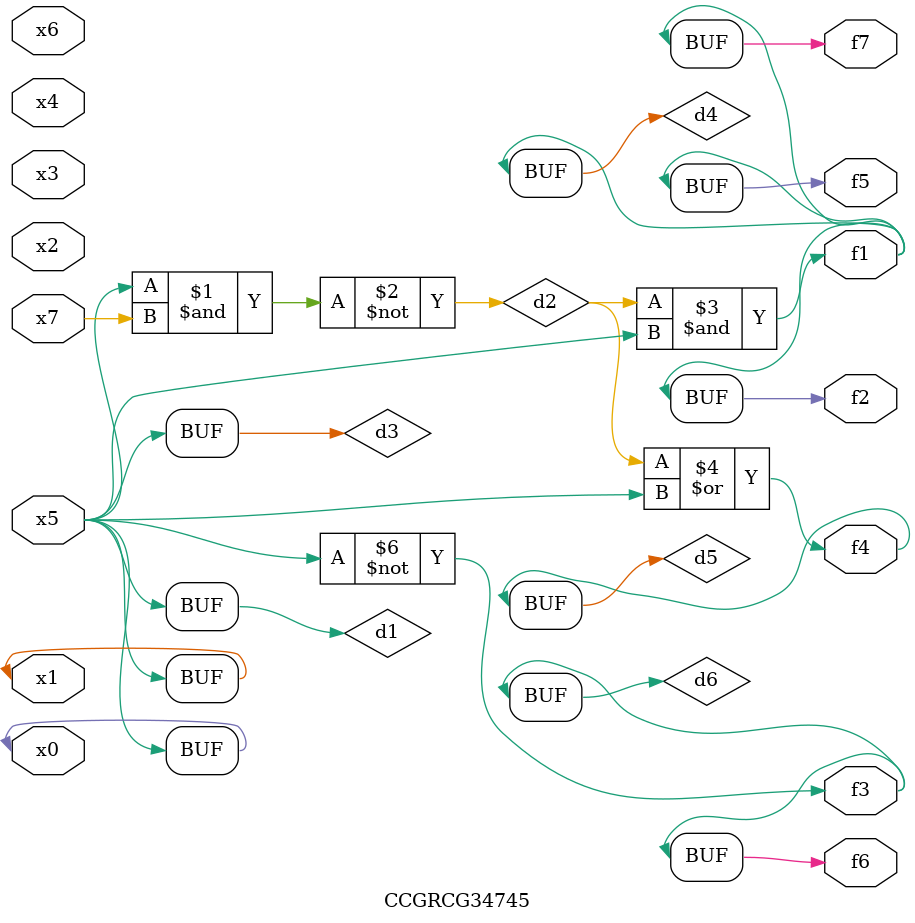
<source format=v>
module CCGRCG34745(
	input x0, x1, x2, x3, x4, x5, x6, x7,
	output f1, f2, f3, f4, f5, f6, f7
);

	wire d1, d2, d3, d4, d5, d6;

	buf (d1, x0, x5);
	nand (d2, x5, x7);
	buf (d3, x0, x1);
	and (d4, d2, d3);
	or (d5, d2, d3);
	nor (d6, d1, d3);
	assign f1 = d4;
	assign f2 = d4;
	assign f3 = d6;
	assign f4 = d5;
	assign f5 = d4;
	assign f6 = d6;
	assign f7 = d4;
endmodule

</source>
